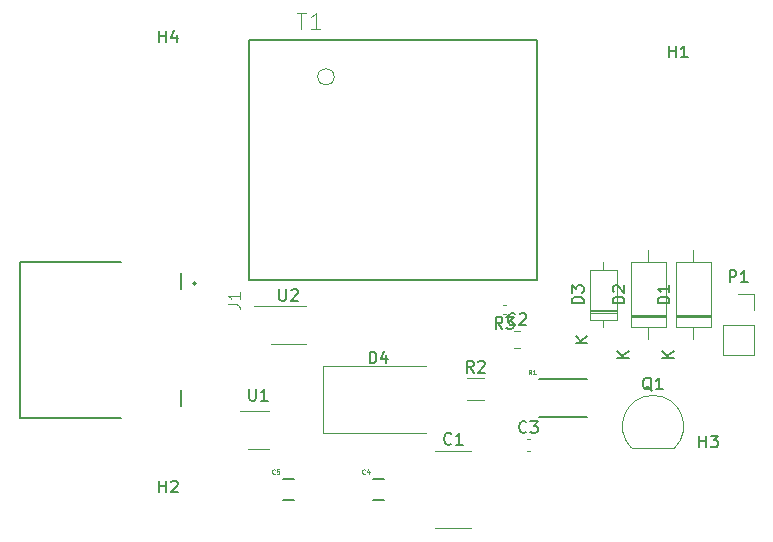
<source format=gbr>
%TF.GenerationSoftware,KiCad,Pcbnew,5.1.9*%
%TF.CreationDate,2021-02-27T11:03:33+05:30*%
%TF.ProjectId,charger,63686172-6765-4722-9e6b-696361645f70,rev?*%
%TF.SameCoordinates,Original*%
%TF.FileFunction,Legend,Top*%
%TF.FilePolarity,Positive*%
%FSLAX46Y46*%
G04 Gerber Fmt 4.6, Leading zero omitted, Abs format (unit mm)*
G04 Created by KiCad (PCBNEW 5.1.9) date 2021-02-27 11:03:33*
%MOMM*%
%LPD*%
G01*
G04 APERTURE LIST*
%ADD10C,0.100000*%
%ADD11C,0.127000*%
%ADD12C,0.120000*%
%ADD13C,0.200000*%
%ADD14C,0.015000*%
%ADD15C,0.150000*%
G04 APERTURE END LIST*
D10*
%TO.C,T1*%
X134696200Y-62839600D02*
G75*
G03*
X134696200Y-62839600I-698500J0D01*
G01*
D11*
X151892000Y-59690000D02*
X151892000Y-80010000D01*
X127508000Y-59690000D02*
X127508000Y-80010000D01*
X127508000Y-80010000D02*
X151892000Y-80010000D01*
X127508000Y-59690000D02*
X151892000Y-59690000D01*
%TO.C,C5*%
X130330000Y-98690000D02*
X131290000Y-98690000D01*
X130330000Y-96890000D02*
X131290000Y-96890000D01*
D12*
%TO.C,U2*%
X130810000Y-85430000D02*
X132310000Y-85430000D01*
X130810000Y-85430000D02*
X129310000Y-85430000D01*
X130810000Y-82210000D02*
X132310000Y-82210000D01*
X130810000Y-82210000D02*
X127935000Y-82210000D01*
D11*
%TO.C,C4*%
X137950000Y-98690000D02*
X138910000Y-98690000D01*
X137950000Y-96890000D02*
X138910000Y-96890000D01*
D13*
%TO.C,J1*%
X108060000Y-78490000D02*
X116610000Y-78490000D01*
X116610000Y-91690000D02*
X108060000Y-91690000D01*
X108060000Y-91690000D02*
X108060000Y-78490000D01*
X122960000Y-80340000D02*
G75*
G03*
X122960000Y-80340000I-100000J0D01*
G01*
X121760000Y-79440000D02*
X121760000Y-80790000D01*
X121760000Y-89390000D02*
X121760000Y-90740000D01*
D11*
%TO.C,R1*%
X152036000Y-88446000D02*
X156076000Y-88446000D01*
X152036000Y-91646000D02*
X156076000Y-91646000D01*
D12*
%TO.C,U1*%
X127370000Y-94320000D02*
X129170000Y-94320000D01*
X129170000Y-91100000D02*
X126720000Y-91100000D01*
%TO.C,R3*%
X149253641Y-82930000D02*
X148946359Y-82930000D01*
X149253641Y-82170000D02*
X148946359Y-82170000D01*
%TO.C,R2*%
X145942936Y-88350000D02*
X147397064Y-88350000D01*
X145942936Y-90170000D02*
X147397064Y-90170000D01*
%TO.C,Q1*%
X159890000Y-94270000D02*
X163490000Y-94270000D01*
X163528478Y-94258478D02*
G75*
G03*
X161690000Y-89820000I-1838478J1838478D01*
G01*
X159851522Y-94258478D02*
G75*
G02*
X161690000Y-89820000I1838478J1838478D01*
G01*
%TO.C,P1*%
X167580000Y-83820000D02*
X170240000Y-83820000D01*
X167580000Y-83820000D02*
X167580000Y-86420000D01*
X167580000Y-86420000D02*
X170240000Y-86420000D01*
X170240000Y-83820000D02*
X170240000Y-86420000D01*
X170240000Y-81220000D02*
X170240000Y-82550000D01*
X168910000Y-81220000D02*
X170240000Y-81220000D01*
%TO.C,D4*%
X142430000Y-87335000D02*
X133745000Y-87335000D01*
X133745000Y-87335000D02*
X133745000Y-93005000D01*
X133745000Y-93005000D02*
X142430000Y-93005000D01*
%TO.C,D3*%
X156360000Y-83400000D02*
X158600000Y-83400000D01*
X158600000Y-83400000D02*
X158600000Y-79160000D01*
X158600000Y-79160000D02*
X156360000Y-79160000D01*
X156360000Y-79160000D02*
X156360000Y-83400000D01*
X157480000Y-84050000D02*
X157480000Y-83400000D01*
X157480000Y-78510000D02*
X157480000Y-79160000D01*
X156360000Y-82680000D02*
X158600000Y-82680000D01*
X156360000Y-82560000D02*
X158600000Y-82560000D01*
X156360000Y-82800000D02*
X158600000Y-82800000D01*
%TO.C,D2*%
X159820000Y-84000000D02*
X162760000Y-84000000D01*
X162760000Y-84000000D02*
X162760000Y-78560000D01*
X162760000Y-78560000D02*
X159820000Y-78560000D01*
X159820000Y-78560000D02*
X159820000Y-84000000D01*
X161290000Y-85020000D02*
X161290000Y-84000000D01*
X161290000Y-77540000D02*
X161290000Y-78560000D01*
X159820000Y-83100000D02*
X162760000Y-83100000D01*
X159820000Y-82980000D02*
X162760000Y-82980000D01*
X159820000Y-83220000D02*
X162760000Y-83220000D01*
%TO.C,D1*%
X163630000Y-84000000D02*
X166570000Y-84000000D01*
X166570000Y-84000000D02*
X166570000Y-78560000D01*
X166570000Y-78560000D02*
X163630000Y-78560000D01*
X163630000Y-78560000D02*
X163630000Y-84000000D01*
X165100000Y-85020000D02*
X165100000Y-84000000D01*
X165100000Y-77540000D02*
X165100000Y-78560000D01*
X163630000Y-83100000D02*
X166570000Y-83100000D01*
X163630000Y-82980000D02*
X166570000Y-82980000D01*
X163630000Y-83220000D02*
X166570000Y-83220000D01*
%TO.C,C3*%
X150989420Y-93470000D02*
X151270580Y-93470000D01*
X150989420Y-94490000D02*
X151270580Y-94490000D01*
%TO.C,C2*%
X149918748Y-84355000D02*
X150441252Y-84355000D01*
X149918748Y-85825000D02*
X150441252Y-85825000D01*
%TO.C,C1*%
X143257631Y-94505000D02*
X146302369Y-94505000D01*
X143257631Y-101075000D02*
X146302369Y-101075000D01*
%TO.C,T1*%
D14*
X131521333Y-57399333D02*
X132321333Y-57399333D01*
X131921333Y-58799333D02*
X131921333Y-57399333D01*
X133521333Y-58799333D02*
X132721333Y-58799333D01*
X133121333Y-58799333D02*
X133121333Y-57399333D01*
X132988000Y-57599333D01*
X132854666Y-57732666D01*
X132721333Y-57799333D01*
%TO.C,C5*%
X129684383Y-96430607D02*
X129665635Y-96449355D01*
X129609392Y-96468102D01*
X129571897Y-96468102D01*
X129515654Y-96449355D01*
X129478158Y-96411859D01*
X129459411Y-96374364D01*
X129440663Y-96299373D01*
X129440663Y-96243130D01*
X129459411Y-96168140D01*
X129478158Y-96130644D01*
X129515654Y-96093149D01*
X129571897Y-96074401D01*
X129609392Y-96074401D01*
X129665635Y-96093149D01*
X129684383Y-96111897D01*
X130040588Y-96074401D02*
X129853112Y-96074401D01*
X129834364Y-96261878D01*
X129853112Y-96243130D01*
X129890607Y-96224383D01*
X129984345Y-96224383D01*
X130021841Y-96243130D01*
X130040588Y-96261878D01*
X130059336Y-96299373D01*
X130059336Y-96393112D01*
X130040588Y-96430607D01*
X130021841Y-96449355D01*
X129984345Y-96468102D01*
X129890607Y-96468102D01*
X129853112Y-96449355D01*
X129834364Y-96430607D01*
%TO.C,U2*%
D15*
X130048095Y-80822380D02*
X130048095Y-81631904D01*
X130095714Y-81727142D01*
X130143333Y-81774761D01*
X130238571Y-81822380D01*
X130429047Y-81822380D01*
X130524285Y-81774761D01*
X130571904Y-81727142D01*
X130619523Y-81631904D01*
X130619523Y-80822380D01*
X131048095Y-80917619D02*
X131095714Y-80870000D01*
X131190952Y-80822380D01*
X131429047Y-80822380D01*
X131524285Y-80870000D01*
X131571904Y-80917619D01*
X131619523Y-81012857D01*
X131619523Y-81108095D01*
X131571904Y-81250952D01*
X131000476Y-81822380D01*
X131619523Y-81822380D01*
%TO.C,C4*%
D14*
X137304383Y-96430607D02*
X137285635Y-96449355D01*
X137229392Y-96468102D01*
X137191897Y-96468102D01*
X137135654Y-96449355D01*
X137098158Y-96411859D01*
X137079411Y-96374364D01*
X137060663Y-96299373D01*
X137060663Y-96243130D01*
X137079411Y-96168140D01*
X137098158Y-96130644D01*
X137135654Y-96093149D01*
X137191897Y-96074401D01*
X137229392Y-96074401D01*
X137285635Y-96093149D01*
X137304383Y-96111897D01*
X137641841Y-96205635D02*
X137641841Y-96468102D01*
X137548102Y-96055654D02*
X137454364Y-96336869D01*
X137698084Y-96336869D01*
%TO.C,H4*%
D15*
X119888095Y-59932380D02*
X119888095Y-58932380D01*
X119888095Y-59408571D02*
X120459523Y-59408571D01*
X120459523Y-59932380D02*
X120459523Y-58932380D01*
X121364285Y-59265714D02*
X121364285Y-59932380D01*
X121126190Y-58884761D02*
X120888095Y-59599047D01*
X121507142Y-59599047D01*
%TO.C,H3*%
X165608095Y-94222380D02*
X165608095Y-93222380D01*
X165608095Y-93698571D02*
X166179523Y-93698571D01*
X166179523Y-94222380D02*
X166179523Y-93222380D01*
X166560476Y-93222380D02*
X167179523Y-93222380D01*
X166846190Y-93603333D01*
X166989047Y-93603333D01*
X167084285Y-93650952D01*
X167131904Y-93698571D01*
X167179523Y-93793809D01*
X167179523Y-94031904D01*
X167131904Y-94127142D01*
X167084285Y-94174761D01*
X166989047Y-94222380D01*
X166703333Y-94222380D01*
X166608095Y-94174761D01*
X166560476Y-94127142D01*
%TO.C,H2*%
X119888095Y-98032380D02*
X119888095Y-97032380D01*
X119888095Y-97508571D02*
X120459523Y-97508571D01*
X120459523Y-98032380D02*
X120459523Y-97032380D01*
X120888095Y-97127619D02*
X120935714Y-97080000D01*
X121030952Y-97032380D01*
X121269047Y-97032380D01*
X121364285Y-97080000D01*
X121411904Y-97127619D01*
X121459523Y-97222857D01*
X121459523Y-97318095D01*
X121411904Y-97460952D01*
X120840476Y-98032380D01*
X121459523Y-98032380D01*
%TO.C,H1*%
X163068095Y-61202380D02*
X163068095Y-60202380D01*
X163068095Y-60678571D02*
X163639523Y-60678571D01*
X163639523Y-61202380D02*
X163639523Y-60202380D01*
X164639523Y-61202380D02*
X164068095Y-61202380D01*
X164353809Y-61202380D02*
X164353809Y-60202380D01*
X164258571Y-60345238D01*
X164163333Y-60440476D01*
X164068095Y-60488095D01*
%TO.C,J1*%
D14*
X125697380Y-82098333D02*
X126411666Y-82098333D01*
X126554523Y-82145952D01*
X126649761Y-82241190D01*
X126697380Y-82384047D01*
X126697380Y-82479285D01*
X126697380Y-81098333D02*
X126697380Y-81669761D01*
X126697380Y-81384047D02*
X125697380Y-81384047D01*
X125840238Y-81479285D01*
X125935476Y-81574523D01*
X125983095Y-81669761D01*
%TO.C,R1*%
X151380383Y-88024102D02*
X151249149Y-87836626D01*
X151155411Y-88024102D02*
X151155411Y-87630401D01*
X151305392Y-87630401D01*
X151342887Y-87649149D01*
X151361635Y-87667897D01*
X151380383Y-87705392D01*
X151380383Y-87761635D01*
X151361635Y-87799130D01*
X151342887Y-87817878D01*
X151305392Y-87836626D01*
X151155411Y-87836626D01*
X151755336Y-88024102D02*
X151530364Y-88024102D01*
X151642850Y-88024102D02*
X151642850Y-87630401D01*
X151605355Y-87686644D01*
X151567859Y-87724140D01*
X151530364Y-87742887D01*
%TO.C,U1*%
D15*
X127508095Y-89262380D02*
X127508095Y-90071904D01*
X127555714Y-90167142D01*
X127603333Y-90214761D01*
X127698571Y-90262380D01*
X127889047Y-90262380D01*
X127984285Y-90214761D01*
X128031904Y-90167142D01*
X128079523Y-90071904D01*
X128079523Y-89262380D01*
X129079523Y-90262380D02*
X128508095Y-90262380D01*
X128793809Y-90262380D02*
X128793809Y-89262380D01*
X128698571Y-89405238D01*
X128603333Y-89500476D01*
X128508095Y-89548095D01*
%TO.C,R3*%
X148933333Y-84172380D02*
X148600000Y-83696190D01*
X148361904Y-84172380D02*
X148361904Y-83172380D01*
X148742857Y-83172380D01*
X148838095Y-83220000D01*
X148885714Y-83267619D01*
X148933333Y-83362857D01*
X148933333Y-83505714D01*
X148885714Y-83600952D01*
X148838095Y-83648571D01*
X148742857Y-83696190D01*
X148361904Y-83696190D01*
X149266666Y-83172380D02*
X149885714Y-83172380D01*
X149552380Y-83553333D01*
X149695238Y-83553333D01*
X149790476Y-83600952D01*
X149838095Y-83648571D01*
X149885714Y-83743809D01*
X149885714Y-83981904D01*
X149838095Y-84077142D01*
X149790476Y-84124761D01*
X149695238Y-84172380D01*
X149409523Y-84172380D01*
X149314285Y-84124761D01*
X149266666Y-84077142D01*
%TO.C,R2*%
X146503333Y-87892380D02*
X146170000Y-87416190D01*
X145931904Y-87892380D02*
X145931904Y-86892380D01*
X146312857Y-86892380D01*
X146408095Y-86940000D01*
X146455714Y-86987619D01*
X146503333Y-87082857D01*
X146503333Y-87225714D01*
X146455714Y-87320952D01*
X146408095Y-87368571D01*
X146312857Y-87416190D01*
X145931904Y-87416190D01*
X146884285Y-86987619D02*
X146931904Y-86940000D01*
X147027142Y-86892380D01*
X147265238Y-86892380D01*
X147360476Y-86940000D01*
X147408095Y-86987619D01*
X147455714Y-87082857D01*
X147455714Y-87178095D01*
X147408095Y-87320952D01*
X146836666Y-87892380D01*
X147455714Y-87892380D01*
%TO.C,Q1*%
X161594761Y-89407619D02*
X161499523Y-89360000D01*
X161404285Y-89264761D01*
X161261428Y-89121904D01*
X161166190Y-89074285D01*
X161070952Y-89074285D01*
X161118571Y-89312380D02*
X161023333Y-89264761D01*
X160928095Y-89169523D01*
X160880476Y-88979047D01*
X160880476Y-88645714D01*
X160928095Y-88455238D01*
X161023333Y-88360000D01*
X161118571Y-88312380D01*
X161309047Y-88312380D01*
X161404285Y-88360000D01*
X161499523Y-88455238D01*
X161547142Y-88645714D01*
X161547142Y-88979047D01*
X161499523Y-89169523D01*
X161404285Y-89264761D01*
X161309047Y-89312380D01*
X161118571Y-89312380D01*
X162499523Y-89312380D02*
X161928095Y-89312380D01*
X162213809Y-89312380D02*
X162213809Y-88312380D01*
X162118571Y-88455238D01*
X162023333Y-88550476D01*
X161928095Y-88598095D01*
%TO.C,P1*%
X168171904Y-80232380D02*
X168171904Y-79232380D01*
X168552857Y-79232380D01*
X168648095Y-79280000D01*
X168695714Y-79327619D01*
X168743333Y-79422857D01*
X168743333Y-79565714D01*
X168695714Y-79660952D01*
X168648095Y-79708571D01*
X168552857Y-79756190D01*
X168171904Y-79756190D01*
X169695714Y-80232380D02*
X169124285Y-80232380D01*
X169410000Y-80232380D02*
X169410000Y-79232380D01*
X169314761Y-79375238D01*
X169219523Y-79470476D01*
X169124285Y-79518095D01*
%TO.C,D4*%
X137691904Y-87102380D02*
X137691904Y-86102380D01*
X137930000Y-86102380D01*
X138072857Y-86150000D01*
X138168095Y-86245238D01*
X138215714Y-86340476D01*
X138263333Y-86530952D01*
X138263333Y-86673809D01*
X138215714Y-86864285D01*
X138168095Y-86959523D01*
X138072857Y-87054761D01*
X137930000Y-87102380D01*
X137691904Y-87102380D01*
X139120476Y-86435714D02*
X139120476Y-87102380D01*
X138882380Y-86054761D02*
X138644285Y-86769047D01*
X139263333Y-86769047D01*
%TO.C,D3*%
X155812380Y-82018095D02*
X154812380Y-82018095D01*
X154812380Y-81780000D01*
X154860000Y-81637142D01*
X154955238Y-81541904D01*
X155050476Y-81494285D01*
X155240952Y-81446666D01*
X155383809Y-81446666D01*
X155574285Y-81494285D01*
X155669523Y-81541904D01*
X155764761Y-81637142D01*
X155812380Y-81780000D01*
X155812380Y-82018095D01*
X154812380Y-81113333D02*
X154812380Y-80494285D01*
X155193333Y-80827619D01*
X155193333Y-80684761D01*
X155240952Y-80589523D01*
X155288571Y-80541904D01*
X155383809Y-80494285D01*
X155621904Y-80494285D01*
X155717142Y-80541904D01*
X155764761Y-80589523D01*
X155812380Y-80684761D01*
X155812380Y-80970476D01*
X155764761Y-81065714D01*
X155717142Y-81113333D01*
X156132380Y-85351904D02*
X155132380Y-85351904D01*
X156132380Y-84780476D02*
X155560952Y-85209047D01*
X155132380Y-84780476D02*
X155703809Y-85351904D01*
%TO.C,D2*%
X159272380Y-82018095D02*
X158272380Y-82018095D01*
X158272380Y-81780000D01*
X158320000Y-81637142D01*
X158415238Y-81541904D01*
X158510476Y-81494285D01*
X158700952Y-81446666D01*
X158843809Y-81446666D01*
X159034285Y-81494285D01*
X159129523Y-81541904D01*
X159224761Y-81637142D01*
X159272380Y-81780000D01*
X159272380Y-82018095D01*
X158367619Y-81065714D02*
X158320000Y-81018095D01*
X158272380Y-80922857D01*
X158272380Y-80684761D01*
X158320000Y-80589523D01*
X158367619Y-80541904D01*
X158462857Y-80494285D01*
X158558095Y-80494285D01*
X158700952Y-80541904D01*
X159272380Y-81113333D01*
X159272380Y-80494285D01*
X159642380Y-86621904D02*
X158642380Y-86621904D01*
X159642380Y-86050476D02*
X159070952Y-86479047D01*
X158642380Y-86050476D02*
X159213809Y-86621904D01*
%TO.C,D1*%
X163082380Y-82018095D02*
X162082380Y-82018095D01*
X162082380Y-81780000D01*
X162130000Y-81637142D01*
X162225238Y-81541904D01*
X162320476Y-81494285D01*
X162510952Y-81446666D01*
X162653809Y-81446666D01*
X162844285Y-81494285D01*
X162939523Y-81541904D01*
X163034761Y-81637142D01*
X163082380Y-81780000D01*
X163082380Y-82018095D01*
X163082380Y-80494285D02*
X163082380Y-81065714D01*
X163082380Y-80780000D02*
X162082380Y-80780000D01*
X162225238Y-80875238D01*
X162320476Y-80970476D01*
X162368095Y-81065714D01*
X163452380Y-86621904D02*
X162452380Y-86621904D01*
X163452380Y-86050476D02*
X162880952Y-86479047D01*
X162452380Y-86050476D02*
X163023809Y-86621904D01*
%TO.C,C3*%
X150963333Y-92907142D02*
X150915714Y-92954761D01*
X150772857Y-93002380D01*
X150677619Y-93002380D01*
X150534761Y-92954761D01*
X150439523Y-92859523D01*
X150391904Y-92764285D01*
X150344285Y-92573809D01*
X150344285Y-92430952D01*
X150391904Y-92240476D01*
X150439523Y-92145238D01*
X150534761Y-92050000D01*
X150677619Y-92002380D01*
X150772857Y-92002380D01*
X150915714Y-92050000D01*
X150963333Y-92097619D01*
X151296666Y-92002380D02*
X151915714Y-92002380D01*
X151582380Y-92383333D01*
X151725238Y-92383333D01*
X151820476Y-92430952D01*
X151868095Y-92478571D01*
X151915714Y-92573809D01*
X151915714Y-92811904D01*
X151868095Y-92907142D01*
X151820476Y-92954761D01*
X151725238Y-93002380D01*
X151439523Y-93002380D01*
X151344285Y-92954761D01*
X151296666Y-92907142D01*
%TO.C,C2*%
X150013333Y-83767142D02*
X149965714Y-83814761D01*
X149822857Y-83862380D01*
X149727619Y-83862380D01*
X149584761Y-83814761D01*
X149489523Y-83719523D01*
X149441904Y-83624285D01*
X149394285Y-83433809D01*
X149394285Y-83290952D01*
X149441904Y-83100476D01*
X149489523Y-83005238D01*
X149584761Y-82910000D01*
X149727619Y-82862380D01*
X149822857Y-82862380D01*
X149965714Y-82910000D01*
X150013333Y-82957619D01*
X150394285Y-82957619D02*
X150441904Y-82910000D01*
X150537142Y-82862380D01*
X150775238Y-82862380D01*
X150870476Y-82910000D01*
X150918095Y-82957619D01*
X150965714Y-83052857D01*
X150965714Y-83148095D01*
X150918095Y-83290952D01*
X150346666Y-83862380D01*
X150965714Y-83862380D01*
%TO.C,C1*%
X144613333Y-93897142D02*
X144565714Y-93944761D01*
X144422857Y-93992380D01*
X144327619Y-93992380D01*
X144184761Y-93944761D01*
X144089523Y-93849523D01*
X144041904Y-93754285D01*
X143994285Y-93563809D01*
X143994285Y-93420952D01*
X144041904Y-93230476D01*
X144089523Y-93135238D01*
X144184761Y-93040000D01*
X144327619Y-92992380D01*
X144422857Y-92992380D01*
X144565714Y-93040000D01*
X144613333Y-93087619D01*
X145565714Y-93992380D02*
X144994285Y-93992380D01*
X145280000Y-93992380D02*
X145280000Y-92992380D01*
X145184761Y-93135238D01*
X145089523Y-93230476D01*
X144994285Y-93278095D01*
%TD*%
M02*

</source>
